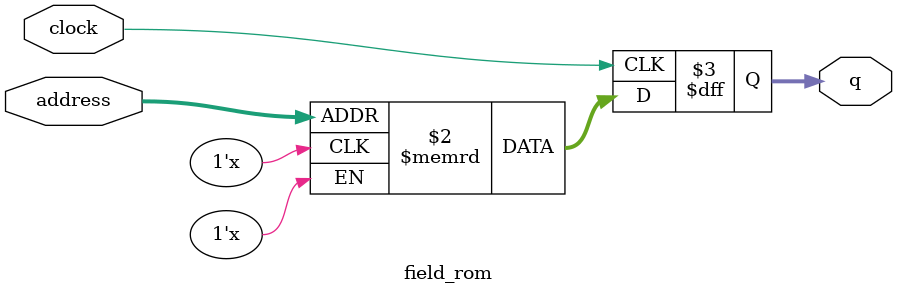
<source format=sv>
module field_rom (
	input logic clock,
	input logic [14:0] address,
	output logic [3:0] q
);

logic [3:0] memory [0:19199] /* synthesis ram_init_file = "./field/field.COE" */;

always_ff @ (posedge clock) begin
	q <= memory[address];
end

endmodule

</source>
